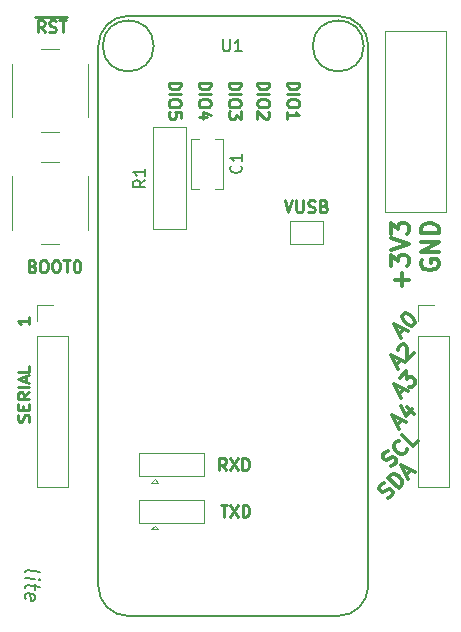
<source format=gto>
G04 #@! TF.GenerationSoftware,KiCad,Pcbnew,(6.0.1-0)*
G04 #@! TF.CreationDate,2022-01-24T10:27:26-05:00*
G04 #@! TF.ProjectId,Feather-F405-Bridge,46656174-6865-4722-9d46-3430352d4272,rev?*
G04 #@! TF.SameCoordinates,Original*
G04 #@! TF.FileFunction,Legend,Top*
G04 #@! TF.FilePolarity,Positive*
%FSLAX46Y46*%
G04 Gerber Fmt 4.6, Leading zero omitted, Abs format (unit mm)*
G04 Created by KiCad (PCBNEW (6.0.1-0)) date 2022-01-24 10:27:26*
%MOMM*%
%LPD*%
G01*
G04 APERTURE LIST*
G04 Aperture macros list*
%AMFreePoly0*
4,1,6,1.000000,0.000000,0.500000,-0.750000,-0.500000,-0.750000,-0.500000,0.750000,0.500000,0.750000,1.000000,0.000000,1.000000,0.000000,$1*%
%AMFreePoly1*
4,1,6,0.500000,-0.750000,-0.650000,-0.750000,-0.150000,0.000000,-0.650000,0.750000,0.500000,0.750000,0.500000,-0.750000,0.500000,-0.750000,$1*%
G04 Aperture macros list end*
%ADD10C,0.300000*%
%ADD11C,0.250000*%
%ADD12C,0.150000*%
%ADD13C,0.177800*%
%ADD14C,0.120000*%
%ADD15C,0.203200*%
%ADD16C,0.075726*%
%ADD17C,1.700000*%
%ADD18O,1.700000X1.700000*%
%ADD19C,2.540000*%
%ADD20C,3.556000*%
%ADD21R,1.700000X1.700000*%
%ADD22C,1.600000*%
%ADD23R,1.500000X1.500000*%
%ADD24FreePoly0,0.000000*%
%ADD25FreePoly0,180.000000*%
%ADD26C,2.000000*%
%ADD27FreePoly1,0.000000*%
G04 APERTURE END LIST*
D10*
X77025943Y-159020581D02*
X77194302Y-158936401D01*
X77404750Y-158725953D01*
X77446840Y-158599684D01*
X77446840Y-158515504D01*
X77404750Y-158389235D01*
X77320571Y-158305056D01*
X77194302Y-158262966D01*
X77110123Y-158262966D01*
X76983853Y-158305056D01*
X76773405Y-158431325D01*
X76647136Y-158473415D01*
X76562957Y-158473415D01*
X76436687Y-158431325D01*
X76352508Y-158347146D01*
X76310418Y-158220876D01*
X76310418Y-158136697D01*
X76352508Y-158010428D01*
X76562957Y-157799980D01*
X76731315Y-157715800D01*
X77951916Y-158178787D02*
X77068033Y-157294903D01*
X77278481Y-157084455D01*
X77446840Y-157000276D01*
X77615199Y-157000276D01*
X77741468Y-157042365D01*
X77951916Y-157168634D01*
X78078185Y-157294903D01*
X78204454Y-157505352D01*
X78246544Y-157631621D01*
X78246544Y-157799980D01*
X78162365Y-157968338D01*
X77951916Y-158178787D01*
X78541172Y-157084455D02*
X78962069Y-156663558D01*
X78709531Y-157421172D02*
X78120275Y-156242661D01*
X79298786Y-156831917D01*
X77322033Y-156311491D02*
X77490392Y-156227312D01*
X77700840Y-156016863D01*
X77742930Y-155890594D01*
X77742930Y-155806415D01*
X77700840Y-155680146D01*
X77616661Y-155595966D01*
X77490392Y-155553876D01*
X77406212Y-155553876D01*
X77279943Y-155595966D01*
X77069495Y-155722235D01*
X76943226Y-155764325D01*
X76859046Y-155764325D01*
X76732777Y-155722235D01*
X76648598Y-155638056D01*
X76606508Y-155511787D01*
X76606508Y-155427607D01*
X76648598Y-155301338D01*
X76859046Y-155090890D01*
X77027405Y-155006711D01*
X78668903Y-154880441D02*
X78668903Y-154964621D01*
X78584723Y-155132980D01*
X78500544Y-155217159D01*
X78332185Y-155301338D01*
X78163827Y-155301338D01*
X78037558Y-155259249D01*
X77827109Y-155132980D01*
X77700840Y-155006711D01*
X77574571Y-154796262D01*
X77532481Y-154669993D01*
X77532481Y-154501634D01*
X77616661Y-154333276D01*
X77700840Y-154249096D01*
X77869199Y-154164917D01*
X77953378Y-154164917D01*
X79552786Y-154164917D02*
X79131889Y-154585814D01*
X78248006Y-153701930D01*
X77826378Y-152846249D02*
X78247275Y-152425352D01*
X77994737Y-153182966D02*
X77405481Y-152004455D01*
X78583993Y-152593711D01*
X78668172Y-151331020D02*
X79257428Y-151920276D01*
X78121006Y-151204751D02*
X78541903Y-152046545D01*
X79089069Y-151499379D01*
X77953378Y-150179249D02*
X78374275Y-149758352D01*
X78121737Y-150515966D02*
X77532481Y-149337455D01*
X78710993Y-149926711D01*
X78037558Y-148832379D02*
X78584723Y-148285213D01*
X78626813Y-148916558D01*
X78753082Y-148790289D01*
X78879351Y-148748199D01*
X78963531Y-148748199D01*
X79089800Y-148790289D01*
X79300248Y-149000737D01*
X79342338Y-149127006D01*
X79342338Y-149211186D01*
X79300248Y-149337455D01*
X79047710Y-149589993D01*
X78921441Y-149632083D01*
X78837262Y-149632083D01*
X77699378Y-147766249D02*
X78120275Y-147345352D01*
X77867737Y-148102966D02*
X77278481Y-146924455D01*
X78456993Y-147513711D01*
X77909827Y-146461468D02*
X77909827Y-146377289D01*
X77951916Y-146251020D01*
X78162365Y-146040571D01*
X78288634Y-145998482D01*
X78372813Y-145998482D01*
X78499082Y-146040571D01*
X78583262Y-146124751D01*
X78667441Y-146293110D01*
X78667441Y-147303262D01*
X79214607Y-146756096D01*
X77953378Y-145099249D02*
X78374275Y-144678352D01*
X78121737Y-145435966D02*
X77532481Y-144257455D01*
X78710993Y-144846711D01*
X78290096Y-143499840D02*
X78374275Y-143415661D01*
X78500544Y-143373571D01*
X78584723Y-143373571D01*
X78710993Y-143415661D01*
X78921441Y-143541930D01*
X79131889Y-143752379D01*
X79258159Y-143962827D01*
X79300248Y-144089096D01*
X79300248Y-144173276D01*
X79258159Y-144299545D01*
X79173979Y-144383724D01*
X79047710Y-144425814D01*
X78963531Y-144425814D01*
X78837262Y-144383724D01*
X78626813Y-144257455D01*
X78416365Y-144047006D01*
X78290096Y-143836558D01*
X78248006Y-143710289D01*
X78248006Y-143626110D01*
X78290096Y-143499840D01*
X79895000Y-138878571D02*
X79823571Y-139021428D01*
X79823571Y-139235714D01*
X79895000Y-139450000D01*
X80037857Y-139592857D01*
X80180714Y-139664285D01*
X80466428Y-139735714D01*
X80680714Y-139735714D01*
X80966428Y-139664285D01*
X81109285Y-139592857D01*
X81252142Y-139450000D01*
X81323571Y-139235714D01*
X81323571Y-139092857D01*
X81252142Y-138878571D01*
X81180714Y-138807142D01*
X80680714Y-138807142D01*
X80680714Y-139092857D01*
X81323571Y-138164285D02*
X79823571Y-138164285D01*
X81323571Y-137307142D01*
X79823571Y-137307142D01*
X81323571Y-136592857D02*
X79823571Y-136592857D01*
X79823571Y-136235714D01*
X79895000Y-136021428D01*
X80037857Y-135878571D01*
X80180714Y-135807142D01*
X80466428Y-135735714D01*
X80680714Y-135735714D01*
X80966428Y-135807142D01*
X81109285Y-135878571D01*
X81252142Y-136021428D01*
X81323571Y-136235714D01*
X81323571Y-136592857D01*
X78212142Y-141092857D02*
X78212142Y-139950000D01*
X78783571Y-140521428D02*
X77640714Y-140521428D01*
X77283571Y-139378571D02*
X77283571Y-138450000D01*
X77855000Y-138950000D01*
X77855000Y-138735714D01*
X77926428Y-138592857D01*
X77997857Y-138521428D01*
X78140714Y-138450000D01*
X78497857Y-138450000D01*
X78640714Y-138521428D01*
X78712142Y-138592857D01*
X78783571Y-138735714D01*
X78783571Y-139164285D01*
X78712142Y-139307142D01*
X78640714Y-139378571D01*
X77283571Y-138021428D02*
X78783571Y-137521428D01*
X77283571Y-137021428D01*
X77283571Y-136664285D02*
X77283571Y-135735714D01*
X77855000Y-136235714D01*
X77855000Y-136021428D01*
X77926428Y-135878571D01*
X77997857Y-135807142D01*
X78140714Y-135735714D01*
X78497857Y-135735714D01*
X78640714Y-135807142D01*
X78712142Y-135878571D01*
X78783571Y-136021428D01*
X78783571Y-136450000D01*
X78712142Y-136592857D01*
X78640714Y-136664285D01*
D11*
X46934666Y-139374571D02*
X47077523Y-139422190D01*
X47125142Y-139469809D01*
X47172761Y-139565047D01*
X47172761Y-139707904D01*
X47125142Y-139803142D01*
X47077523Y-139850761D01*
X46982285Y-139898380D01*
X46601333Y-139898380D01*
X46601333Y-138898380D01*
X46934666Y-138898380D01*
X47029904Y-138946000D01*
X47077523Y-138993619D01*
X47125142Y-139088857D01*
X47125142Y-139184095D01*
X47077523Y-139279333D01*
X47029904Y-139326952D01*
X46934666Y-139374571D01*
X46601333Y-139374571D01*
X47791809Y-138898380D02*
X47982285Y-138898380D01*
X48077523Y-138946000D01*
X48172761Y-139041238D01*
X48220380Y-139231714D01*
X48220380Y-139565047D01*
X48172761Y-139755523D01*
X48077523Y-139850761D01*
X47982285Y-139898380D01*
X47791809Y-139898380D01*
X47696571Y-139850761D01*
X47601333Y-139755523D01*
X47553714Y-139565047D01*
X47553714Y-139231714D01*
X47601333Y-139041238D01*
X47696571Y-138946000D01*
X47791809Y-138898380D01*
X48839428Y-138898380D02*
X49029904Y-138898380D01*
X49125142Y-138946000D01*
X49220380Y-139041238D01*
X49268000Y-139231714D01*
X49268000Y-139565047D01*
X49220380Y-139755523D01*
X49125142Y-139850761D01*
X49029904Y-139898380D01*
X48839428Y-139898380D01*
X48744190Y-139850761D01*
X48648952Y-139755523D01*
X48601333Y-139565047D01*
X48601333Y-139231714D01*
X48648952Y-139041238D01*
X48744190Y-138946000D01*
X48839428Y-138898380D01*
X49553714Y-138898380D02*
X50125142Y-138898380D01*
X49839428Y-139898380D02*
X49839428Y-138898380D01*
X50648952Y-138898380D02*
X50744190Y-138898380D01*
X50839428Y-138946000D01*
X50887047Y-138993619D01*
X50934666Y-139088857D01*
X50982285Y-139279333D01*
X50982285Y-139517428D01*
X50934666Y-139707904D01*
X50887047Y-139803142D01*
X50839428Y-139850761D01*
X50744190Y-139898380D01*
X50648952Y-139898380D01*
X50553714Y-139850761D01*
X50506095Y-139803142D01*
X50458476Y-139707904D01*
X50410857Y-139517428D01*
X50410857Y-139279333D01*
X50458476Y-139088857D01*
X50506095Y-138993619D01*
X50553714Y-138946000D01*
X50648952Y-138898380D01*
X47156857Y-118296000D02*
X48156857Y-118296000D01*
X47966380Y-119578380D02*
X47633047Y-119102190D01*
X47394952Y-119578380D02*
X47394952Y-118578380D01*
X47775904Y-118578380D01*
X47871142Y-118626000D01*
X47918761Y-118673619D01*
X47966380Y-118768857D01*
X47966380Y-118911714D01*
X47918761Y-119006952D01*
X47871142Y-119054571D01*
X47775904Y-119102190D01*
X47394952Y-119102190D01*
X48156857Y-118296000D02*
X49109238Y-118296000D01*
X48347333Y-119530761D02*
X48490190Y-119578380D01*
X48728285Y-119578380D01*
X48823523Y-119530761D01*
X48871142Y-119483142D01*
X48918761Y-119387904D01*
X48918761Y-119292666D01*
X48871142Y-119197428D01*
X48823523Y-119149809D01*
X48728285Y-119102190D01*
X48537809Y-119054571D01*
X48442571Y-119006952D01*
X48394952Y-118959333D01*
X48347333Y-118864095D01*
X48347333Y-118768857D01*
X48394952Y-118673619D01*
X48442571Y-118626000D01*
X48537809Y-118578380D01*
X48775904Y-118578380D01*
X48918761Y-118626000D01*
X49109238Y-118296000D02*
X49871142Y-118296000D01*
X49204476Y-118578380D02*
X49775904Y-118578380D01*
X49490190Y-119578380D02*
X49490190Y-118578380D01*
X46680380Y-143732285D02*
X46680380Y-144303714D01*
X46680380Y-144018000D02*
X45680380Y-144018000D01*
X45823238Y-144113238D01*
X45918476Y-144208476D01*
X45966095Y-144303714D01*
X46632761Y-152550523D02*
X46680380Y-152407666D01*
X46680380Y-152169571D01*
X46632761Y-152074333D01*
X46585142Y-152026714D01*
X46489904Y-151979095D01*
X46394666Y-151979095D01*
X46299428Y-152026714D01*
X46251809Y-152074333D01*
X46204190Y-152169571D01*
X46156571Y-152360047D01*
X46108952Y-152455285D01*
X46061333Y-152502904D01*
X45966095Y-152550523D01*
X45870857Y-152550523D01*
X45775619Y-152502904D01*
X45728000Y-152455285D01*
X45680380Y-152360047D01*
X45680380Y-152121952D01*
X45728000Y-151979095D01*
X46156571Y-151550523D02*
X46156571Y-151217190D01*
X46680380Y-151074333D02*
X46680380Y-151550523D01*
X45680380Y-151550523D01*
X45680380Y-151074333D01*
X46680380Y-150074333D02*
X46204190Y-150407666D01*
X46680380Y-150645761D02*
X45680380Y-150645761D01*
X45680380Y-150264809D01*
X45728000Y-150169571D01*
X45775619Y-150121952D01*
X45870857Y-150074333D01*
X46013714Y-150074333D01*
X46108952Y-150121952D01*
X46156571Y-150169571D01*
X46204190Y-150264809D01*
X46204190Y-150645761D01*
X46680380Y-149645761D02*
X45680380Y-149645761D01*
X46394666Y-149217190D02*
X46394666Y-148741000D01*
X46680380Y-149312428D02*
X45680380Y-148979095D01*
X46680380Y-148645761D01*
X46680380Y-147836238D02*
X46680380Y-148312428D01*
X45680380Y-148312428D01*
X68270666Y-133818380D02*
X68604000Y-134818380D01*
X68937333Y-133818380D01*
X69270666Y-133818380D02*
X69270666Y-134627904D01*
X69318285Y-134723142D01*
X69365904Y-134770761D01*
X69461142Y-134818380D01*
X69651619Y-134818380D01*
X69746857Y-134770761D01*
X69794476Y-134723142D01*
X69842095Y-134627904D01*
X69842095Y-133818380D01*
X70270666Y-134770761D02*
X70413523Y-134818380D01*
X70651619Y-134818380D01*
X70746857Y-134770761D01*
X70794476Y-134723142D01*
X70842095Y-134627904D01*
X70842095Y-134532666D01*
X70794476Y-134437428D01*
X70746857Y-134389809D01*
X70651619Y-134342190D01*
X70461142Y-134294571D01*
X70365904Y-134246952D01*
X70318285Y-134199333D01*
X70270666Y-134104095D01*
X70270666Y-134008857D01*
X70318285Y-133913619D01*
X70365904Y-133866000D01*
X70461142Y-133818380D01*
X70699238Y-133818380D01*
X70842095Y-133866000D01*
X71604000Y-134294571D02*
X71746857Y-134342190D01*
X71794476Y-134389809D01*
X71842095Y-134485047D01*
X71842095Y-134627904D01*
X71794476Y-134723142D01*
X71746857Y-134770761D01*
X71651619Y-134818380D01*
X71270666Y-134818380D01*
X71270666Y-133818380D01*
X71604000Y-133818380D01*
X71699238Y-133866000D01*
X71746857Y-133913619D01*
X71794476Y-134008857D01*
X71794476Y-134104095D01*
X71746857Y-134199333D01*
X71699238Y-134246952D01*
X71604000Y-134294571D01*
X71270666Y-134294571D01*
X58475619Y-123844595D02*
X59475619Y-123844595D01*
X59475619Y-124082690D01*
X59428000Y-124225547D01*
X59332761Y-124320785D01*
X59237523Y-124368404D01*
X59047047Y-124416023D01*
X58904190Y-124416023D01*
X58713714Y-124368404D01*
X58618476Y-124320785D01*
X58523238Y-124225547D01*
X58475619Y-124082690D01*
X58475619Y-123844595D01*
X58475619Y-124844595D02*
X59475619Y-124844595D01*
X59475619Y-125511261D02*
X59475619Y-125701738D01*
X59428000Y-125796976D01*
X59332761Y-125892214D01*
X59142285Y-125939833D01*
X58808952Y-125939833D01*
X58618476Y-125892214D01*
X58523238Y-125796976D01*
X58475619Y-125701738D01*
X58475619Y-125511261D01*
X58523238Y-125416023D01*
X58618476Y-125320785D01*
X58808952Y-125273166D01*
X59142285Y-125273166D01*
X59332761Y-125320785D01*
X59428000Y-125416023D01*
X59475619Y-125511261D01*
X59475619Y-126844595D02*
X59475619Y-126368404D01*
X58999428Y-126320785D01*
X59047047Y-126368404D01*
X59094666Y-126463642D01*
X59094666Y-126701738D01*
X59047047Y-126796976D01*
X58999428Y-126844595D01*
X58904190Y-126892214D01*
X58666095Y-126892214D01*
X58570857Y-126844595D01*
X58523238Y-126796976D01*
X58475619Y-126701738D01*
X58475619Y-126463642D01*
X58523238Y-126368404D01*
X58570857Y-126320785D01*
X61015619Y-123844595D02*
X62015619Y-123844595D01*
X62015619Y-124082690D01*
X61968000Y-124225547D01*
X61872761Y-124320785D01*
X61777523Y-124368404D01*
X61587047Y-124416023D01*
X61444190Y-124416023D01*
X61253714Y-124368404D01*
X61158476Y-124320785D01*
X61063238Y-124225547D01*
X61015619Y-124082690D01*
X61015619Y-123844595D01*
X61015619Y-124844595D02*
X62015619Y-124844595D01*
X62015619Y-125511261D02*
X62015619Y-125701738D01*
X61968000Y-125796976D01*
X61872761Y-125892214D01*
X61682285Y-125939833D01*
X61348952Y-125939833D01*
X61158476Y-125892214D01*
X61063238Y-125796976D01*
X61015619Y-125701738D01*
X61015619Y-125511261D01*
X61063238Y-125416023D01*
X61158476Y-125320785D01*
X61348952Y-125273166D01*
X61682285Y-125273166D01*
X61872761Y-125320785D01*
X61968000Y-125416023D01*
X62015619Y-125511261D01*
X61682285Y-126796976D02*
X61015619Y-126796976D01*
X62063238Y-126558880D02*
X61348952Y-126320785D01*
X61348952Y-126939833D01*
X63555619Y-123844595D02*
X64555619Y-123844595D01*
X64555619Y-124082690D01*
X64508000Y-124225547D01*
X64412761Y-124320785D01*
X64317523Y-124368404D01*
X64127047Y-124416023D01*
X63984190Y-124416023D01*
X63793714Y-124368404D01*
X63698476Y-124320785D01*
X63603238Y-124225547D01*
X63555619Y-124082690D01*
X63555619Y-123844595D01*
X63555619Y-124844595D02*
X64555619Y-124844595D01*
X64555619Y-125511261D02*
X64555619Y-125701738D01*
X64508000Y-125796976D01*
X64412761Y-125892214D01*
X64222285Y-125939833D01*
X63888952Y-125939833D01*
X63698476Y-125892214D01*
X63603238Y-125796976D01*
X63555619Y-125701738D01*
X63555619Y-125511261D01*
X63603238Y-125416023D01*
X63698476Y-125320785D01*
X63888952Y-125273166D01*
X64222285Y-125273166D01*
X64412761Y-125320785D01*
X64508000Y-125416023D01*
X64555619Y-125511261D01*
X64555619Y-126273166D02*
X64555619Y-126892214D01*
X64174666Y-126558880D01*
X64174666Y-126701738D01*
X64127047Y-126796976D01*
X64079428Y-126844595D01*
X63984190Y-126892214D01*
X63746095Y-126892214D01*
X63650857Y-126844595D01*
X63603238Y-126796976D01*
X63555619Y-126701738D01*
X63555619Y-126416023D01*
X63603238Y-126320785D01*
X63650857Y-126273166D01*
X65968619Y-123844595D02*
X66968619Y-123844595D01*
X66968619Y-124082690D01*
X66921000Y-124225547D01*
X66825761Y-124320785D01*
X66730523Y-124368404D01*
X66540047Y-124416023D01*
X66397190Y-124416023D01*
X66206714Y-124368404D01*
X66111476Y-124320785D01*
X66016238Y-124225547D01*
X65968619Y-124082690D01*
X65968619Y-123844595D01*
X65968619Y-124844595D02*
X66968619Y-124844595D01*
X66968619Y-125511261D02*
X66968619Y-125701738D01*
X66921000Y-125796976D01*
X66825761Y-125892214D01*
X66635285Y-125939833D01*
X66301952Y-125939833D01*
X66111476Y-125892214D01*
X66016238Y-125796976D01*
X65968619Y-125701738D01*
X65968619Y-125511261D01*
X66016238Y-125416023D01*
X66111476Y-125320785D01*
X66301952Y-125273166D01*
X66635285Y-125273166D01*
X66825761Y-125320785D01*
X66921000Y-125416023D01*
X66968619Y-125511261D01*
X66873380Y-126320785D02*
X66921000Y-126368404D01*
X66968619Y-126463642D01*
X66968619Y-126701738D01*
X66921000Y-126796976D01*
X66873380Y-126844595D01*
X66778142Y-126892214D01*
X66682904Y-126892214D01*
X66540047Y-126844595D01*
X65968619Y-126273166D01*
X65968619Y-126892214D01*
X68508619Y-123844595D02*
X69508619Y-123844595D01*
X69508619Y-124082690D01*
X69461000Y-124225547D01*
X69365761Y-124320785D01*
X69270523Y-124368404D01*
X69080047Y-124416023D01*
X68937190Y-124416023D01*
X68746714Y-124368404D01*
X68651476Y-124320785D01*
X68556238Y-124225547D01*
X68508619Y-124082690D01*
X68508619Y-123844595D01*
X68508619Y-124844595D02*
X69508619Y-124844595D01*
X69508619Y-125511261D02*
X69508619Y-125701738D01*
X69461000Y-125796976D01*
X69365761Y-125892214D01*
X69175285Y-125939833D01*
X68841952Y-125939833D01*
X68651476Y-125892214D01*
X68556238Y-125796976D01*
X68508619Y-125701738D01*
X68508619Y-125511261D01*
X68556238Y-125416023D01*
X68651476Y-125320785D01*
X68841952Y-125273166D01*
X69175285Y-125273166D01*
X69365761Y-125320785D01*
X69461000Y-125416023D01*
X69508619Y-125511261D01*
X68508619Y-126892214D02*
X68508619Y-126320785D01*
X68508619Y-126606500D02*
X69508619Y-126606500D01*
X69365761Y-126511261D01*
X69270523Y-126416023D01*
X69222904Y-126320785D01*
X62868738Y-159599380D02*
X63440166Y-159599380D01*
X63154452Y-160599380D02*
X63154452Y-159599380D01*
X63678261Y-159599380D02*
X64344928Y-160599380D01*
X64344928Y-159599380D02*
X63678261Y-160599380D01*
X64725880Y-160599380D02*
X64725880Y-159599380D01*
X64963976Y-159599380D01*
X65106833Y-159647000D01*
X65202071Y-159742238D01*
X65249690Y-159837476D01*
X65297309Y-160027952D01*
X65297309Y-160170809D01*
X65249690Y-160361285D01*
X65202071Y-160456523D01*
X65106833Y-160551761D01*
X64963976Y-160599380D01*
X64725880Y-160599380D01*
X63329023Y-156662380D02*
X62995690Y-156186190D01*
X62757595Y-156662380D02*
X62757595Y-155662380D01*
X63138547Y-155662380D01*
X63233785Y-155710000D01*
X63281404Y-155757619D01*
X63329023Y-155852857D01*
X63329023Y-155995714D01*
X63281404Y-156090952D01*
X63233785Y-156138571D01*
X63138547Y-156186190D01*
X62757595Y-156186190D01*
X63662357Y-155662380D02*
X64329023Y-156662380D01*
X64329023Y-155662380D02*
X63662357Y-156662380D01*
X64709976Y-156662380D02*
X64709976Y-155662380D01*
X64948071Y-155662380D01*
X65090928Y-155710000D01*
X65186166Y-155805238D01*
X65233785Y-155900476D01*
X65281404Y-156090952D01*
X65281404Y-156233809D01*
X65233785Y-156424285D01*
X65186166Y-156519523D01*
X65090928Y-156614761D01*
X64948071Y-156662380D01*
X64709976Y-156662380D01*
D12*
X63068095Y-120192380D02*
X63068095Y-121001904D01*
X63115714Y-121097142D01*
X63163333Y-121144761D01*
X63258571Y-121192380D01*
X63449047Y-121192380D01*
X63544285Y-121144761D01*
X63591904Y-121097142D01*
X63639523Y-121001904D01*
X63639523Y-120192380D01*
X64639523Y-121192380D02*
X64068095Y-121192380D01*
X64353809Y-121192380D02*
X64353809Y-120192380D01*
X64258571Y-120335238D01*
X64163333Y-120430476D01*
X64068095Y-120478095D01*
X56479380Y-132114666D02*
X56003190Y-132448000D01*
X56479380Y-132686095D02*
X55479380Y-132686095D01*
X55479380Y-132305142D01*
X55527000Y-132209904D01*
X55574619Y-132162285D01*
X55669857Y-132114666D01*
X55812714Y-132114666D01*
X55907952Y-132162285D01*
X55955571Y-132209904D01*
X56003190Y-132305142D01*
X56003190Y-132686095D01*
X56479380Y-131162285D02*
X56479380Y-131733714D01*
X56479380Y-131448000D02*
X55479380Y-131448000D01*
X55622238Y-131543238D01*
X55717476Y-131638476D01*
X55765095Y-131733714D01*
X64579142Y-130869666D02*
X64626761Y-130917285D01*
X64674380Y-131060142D01*
X64674380Y-131155380D01*
X64626761Y-131298238D01*
X64531523Y-131393476D01*
X64436285Y-131441095D01*
X64245809Y-131488714D01*
X64102952Y-131488714D01*
X63912476Y-131441095D01*
X63817238Y-131393476D01*
X63722000Y-131298238D01*
X63674380Y-131155380D01*
X63674380Y-131060142D01*
X63722000Y-130917285D01*
X63769619Y-130869666D01*
X64674380Y-129917285D02*
X64674380Y-130488714D01*
X64674380Y-130203000D02*
X63674380Y-130203000D01*
X63817238Y-130298238D01*
X63912476Y-130393476D01*
X63960095Y-130488714D01*
D13*
X46304476Y-165282925D02*
X46364952Y-165169532D01*
X46485904Y-165124175D01*
X47574476Y-165260247D01*
X46304476Y-165766735D02*
X47151142Y-165872568D01*
X47574476Y-165925485D02*
X47514000Y-165857449D01*
X47453523Y-165910366D01*
X47514000Y-165978402D01*
X47574476Y-165925485D01*
X47453523Y-165910366D01*
X47151142Y-166295902D02*
X47151142Y-166779711D01*
X47574476Y-166530247D02*
X46485904Y-166394175D01*
X46364952Y-166439532D01*
X46304476Y-166552925D01*
X46304476Y-166673878D01*
X46364952Y-167588580D02*
X46304476Y-167460068D01*
X46304476Y-167218163D01*
X46364952Y-167104771D01*
X46485904Y-167059413D01*
X46969714Y-167119890D01*
X47090666Y-167195485D01*
X47151142Y-167323997D01*
X47151142Y-167565902D01*
X47090666Y-167679294D01*
X46969714Y-167724652D01*
X46848761Y-167709532D01*
X46727809Y-167089652D01*
D14*
X81975000Y-134807000D02*
X81975000Y-119447000D01*
X76775000Y-134807000D02*
X76775000Y-132207000D01*
X79375000Y-134807000D02*
X76775000Y-134807000D01*
X81975000Y-134807000D02*
X79375000Y-134807000D01*
X76775000Y-132207000D02*
X76775000Y-119447000D01*
X81975000Y-119447000D02*
X76775000Y-119447000D01*
D13*
X55040000Y-118200000D02*
X72820000Y-118200000D01*
X52500000Y-120740000D02*
X52500000Y-166460000D01*
X75360000Y-120740000D02*
X75360000Y-166460000D01*
X72820000Y-169000000D02*
X55040000Y-169000000D01*
X72820000Y-169000000D02*
G75*
G03*
X75360000Y-166460000I-1J2540001D01*
G01*
X55040000Y-118200000D02*
G75*
G03*
X52500000Y-120740000I1J-2540001D01*
G01*
X75360000Y-120740000D02*
G75*
G03*
X72820000Y-118200000I-2540001J-1D01*
G01*
X52500000Y-166460000D02*
G75*
G03*
X55040000Y-169000000I2540001J1D01*
G01*
D15*
X74979000Y-120740000D02*
G75*
G03*
X74979000Y-120740000I-2159000J0D01*
G01*
X57199000Y-120740000D02*
G75*
G03*
X57199000Y-120740000I-2159000J0D01*
G01*
D14*
X57157000Y-127638000D02*
X59937000Y-127638000D01*
X57157000Y-136258000D02*
X57157000Y-127638000D01*
X57157000Y-136258000D02*
X59937000Y-136258000D01*
X59937000Y-136258000D02*
X59937000Y-127638000D01*
X82229000Y-145288000D02*
X82229000Y-158048000D01*
X79569000Y-158048000D02*
X82229000Y-158048000D01*
X79569000Y-145288000D02*
X82229000Y-145288000D01*
X79569000Y-142688000D02*
X80899000Y-142688000D01*
X79569000Y-144018000D02*
X79569000Y-142688000D01*
X79569000Y-145288000D02*
X79569000Y-158048000D01*
X63092000Y-128583000D02*
X62387000Y-128583000D01*
X60352000Y-128583000D02*
X60352000Y-132823000D01*
X63092000Y-128583000D02*
X63092000Y-132823000D01*
X61057000Y-132823000D02*
X60352000Y-132823000D01*
X61057000Y-128583000D02*
X60352000Y-128583000D01*
X63092000Y-132823000D02*
X62387000Y-132823000D01*
X56974000Y-157710000D02*
X57574000Y-157710000D01*
X55924000Y-157160000D02*
X55924000Y-155210000D01*
X55924000Y-155210000D02*
X61424000Y-155210000D01*
X57274000Y-157410000D02*
X56974000Y-157710000D01*
X57574000Y-157710000D02*
X57274000Y-157410000D01*
X61424000Y-155210000D02*
X61424000Y-157160000D01*
X61424000Y-157160000D02*
X55924000Y-157160000D01*
X47311000Y-145288000D02*
X47311000Y-158048000D01*
X47311000Y-144018000D02*
X47311000Y-142688000D01*
X47311000Y-142688000D02*
X48641000Y-142688000D01*
X47311000Y-145288000D02*
X49971000Y-145288000D01*
X47311000Y-158048000D02*
X49971000Y-158048000D01*
X49971000Y-145288000D02*
X49971000Y-158048000D01*
X45173000Y-131787000D02*
X45173000Y-136287000D01*
X49173000Y-130537000D02*
X47673000Y-130537000D01*
X51673000Y-136287000D02*
X51673000Y-131787000D01*
X47673000Y-137537000D02*
X49173000Y-137537000D01*
X45173000Y-122262000D02*
X45173000Y-126762000D01*
X49173000Y-121012000D02*
X47673000Y-121012000D01*
X51673000Y-126762000D02*
X51673000Y-122262000D01*
X47673000Y-128012000D02*
X49173000Y-128012000D01*
X56974000Y-161647000D02*
X57574000Y-161647000D01*
X55924000Y-161097000D02*
X55924000Y-159147000D01*
X55924000Y-159147000D02*
X61424000Y-159147000D01*
X57274000Y-161347000D02*
X56974000Y-161647000D01*
X57574000Y-161647000D02*
X57274000Y-161347000D01*
X61424000Y-159147000D02*
X61424000Y-161097000D01*
X61424000Y-161097000D02*
X55924000Y-161097000D01*
X68704000Y-137525000D02*
X68704000Y-135525000D01*
X71504000Y-137525000D02*
X68704000Y-137525000D01*
X71504000Y-135525000D02*
X71504000Y-137525000D01*
X68704000Y-135525000D02*
X71504000Y-135525000D01*
%LPC*%
G36*
X78955000Y-133477000D02*
G01*
X77255000Y-133477000D01*
X77255000Y-120777000D01*
X78955000Y-120777000D01*
X78955000Y-133477000D01*
G37*
G36*
X81495000Y-133477000D02*
G01*
X79795000Y-133477000D01*
X79795000Y-120777000D01*
X81495000Y-120777000D01*
X81495000Y-133477000D01*
G37*
X48579000Y-164917000D02*
X48579000Y-163627000D01*
X47949000Y-165207000D02*
X48579000Y-164917000D01*
X47939000Y-163277000D02*
X49999000Y-164207000D01*
X49969000Y-164267000D02*
X48639000Y-164887000D01*
X50019433Y-161957000D02*
G75*
G03*
X50019433Y-161957000I-1040433J0D01*
G01*
D16*
X48503573Y-163609504D02*
X47885642Y-163330073D01*
X47885642Y-163330073D02*
X47885642Y-163186949D01*
X47885642Y-163186949D02*
X50059000Y-164171397D01*
X50059000Y-164171397D02*
X50059000Y-164310734D01*
X50059000Y-164310734D02*
X47885642Y-165304270D01*
X47885642Y-165304270D02*
X47885642Y-165161903D01*
X47885642Y-165161903D02*
X48503573Y-164878685D01*
X48503573Y-164878685D02*
X48503573Y-163609504D01*
X48503573Y-163609504D02*
X48503573Y-163609504D01*
X47885642Y-167676032D02*
X49875742Y-167676032D01*
X49875742Y-167676032D02*
X48121910Y-166782456D01*
X48121910Y-166782456D02*
X48121910Y-166723389D01*
X48121910Y-166723389D02*
X49875742Y-165826027D01*
X49875742Y-165826027D02*
X47885642Y-165826027D01*
X47885642Y-165826027D02*
X47885642Y-165701835D01*
X47885642Y-165701835D02*
X50059000Y-165701835D01*
X50059000Y-165701835D02*
X50059000Y-165882065D01*
X50059000Y-165882065D02*
X48348333Y-166758224D01*
X48348333Y-166758224D02*
X50059000Y-167620752D01*
X50059000Y-167620752D02*
X50059000Y-167800981D01*
X50059000Y-167800981D02*
X47885642Y-167800981D01*
X47885642Y-167800981D02*
X47885642Y-167676032D01*
X47885642Y-167676032D02*
X47885642Y-167676032D01*
G36*
X50059000Y-165882065D02*
G01*
X48348333Y-166758224D01*
X50059000Y-167620752D01*
X50059000Y-167800981D01*
X47885642Y-167800981D01*
X47885642Y-167676032D01*
X49875742Y-167676032D01*
X48121910Y-166782456D01*
X48121910Y-166723389D01*
X49875742Y-165826027D01*
X47885642Y-165826027D01*
X47885642Y-165701835D01*
X50059000Y-165701835D01*
X50059000Y-165882065D01*
G37*
X50059000Y-165882065D02*
X48348333Y-166758224D01*
X50059000Y-167620752D01*
X50059000Y-167800981D01*
X47885642Y-167800981D01*
X47885642Y-167676032D01*
X49875742Y-167676032D01*
X48121910Y-166782456D01*
X48121910Y-166723389D01*
X49875742Y-165826027D01*
X47885642Y-165826027D01*
X47885642Y-165701835D01*
X50059000Y-165701835D01*
X50059000Y-165882065D01*
X49907547Y-164239551D02*
X48633823Y-163664785D01*
X48633823Y-163664785D02*
X48633823Y-164820376D01*
X48633823Y-164820376D02*
X49907547Y-164239551D01*
X49907547Y-164239551D02*
X49907547Y-164239551D01*
X48972321Y-160954523D02*
X48922784Y-160957685D01*
X48922784Y-160957685D02*
X48873956Y-160963227D01*
X48873956Y-160963227D02*
X48825895Y-160971093D01*
X48825895Y-160971093D02*
X48778656Y-160981222D01*
X48778656Y-160981222D02*
X48732297Y-160993556D01*
X48732297Y-160993556D02*
X48686873Y-161008037D01*
X48686873Y-161008037D02*
X48642442Y-161024605D01*
X48642442Y-161024605D02*
X48599061Y-161043201D01*
X48599061Y-161043201D02*
X48556785Y-161063767D01*
X48556785Y-161063767D02*
X48515671Y-161086244D01*
X48515671Y-161086244D02*
X48475776Y-161110573D01*
X48475776Y-161110573D02*
X48437157Y-161136694D01*
X48437157Y-161136694D02*
X48399870Y-161164550D01*
X48399870Y-161164550D02*
X48363972Y-161194081D01*
X48363972Y-161194081D02*
X48329519Y-161225229D01*
X48329519Y-161225229D02*
X48296568Y-161257934D01*
X48296568Y-161257934D02*
X48265175Y-161292138D01*
X48265175Y-161292138D02*
X48235398Y-161327782D01*
X48235398Y-161327782D02*
X48207292Y-161364807D01*
X48207292Y-161364807D02*
X48180915Y-161403155D01*
X48180915Y-161403155D02*
X48156322Y-161442765D01*
X48156322Y-161442765D02*
X48133572Y-161483580D01*
X48133572Y-161483580D02*
X48112719Y-161525541D01*
X48112719Y-161525541D02*
X48093821Y-161568589D01*
X48093821Y-161568589D02*
X48076934Y-161612664D01*
X48076934Y-161612664D02*
X48062115Y-161657708D01*
X48062115Y-161657708D02*
X48049421Y-161703663D01*
X48049421Y-161703663D02*
X48038908Y-161750469D01*
X48038908Y-161750469D02*
X48030633Y-161798068D01*
X48030633Y-161798068D02*
X48024652Y-161846400D01*
X48024652Y-161846400D02*
X48021022Y-161895407D01*
X48021022Y-161895407D02*
X48019799Y-161945030D01*
X48019799Y-161945030D02*
X48021022Y-161994653D01*
X48021022Y-161994653D02*
X48024652Y-162043660D01*
X48024652Y-162043660D02*
X48030633Y-162091992D01*
X48030633Y-162091992D02*
X48038908Y-162139591D01*
X48038908Y-162139591D02*
X48049421Y-162186397D01*
X48049421Y-162186397D02*
X48062116Y-162232351D01*
X48062116Y-162232351D02*
X48076934Y-162277396D01*
X48076934Y-162277396D02*
X48093821Y-162321471D01*
X48093821Y-162321471D02*
X48112719Y-162364519D01*
X48112719Y-162364519D02*
X48133572Y-162406480D01*
X48133572Y-162406480D02*
X48156323Y-162447295D01*
X48156323Y-162447295D02*
X48180915Y-162486905D01*
X48180915Y-162486905D02*
X48207292Y-162525252D01*
X48207292Y-162525252D02*
X48235398Y-162562277D01*
X48235398Y-162562277D02*
X48265175Y-162597921D01*
X48265175Y-162597921D02*
X48296568Y-162632125D01*
X48296568Y-162632125D02*
X48329519Y-162664831D01*
X48329519Y-162664831D02*
X48363972Y-162695978D01*
X48363972Y-162695978D02*
X48399870Y-162725510D01*
X48399870Y-162725510D02*
X48437157Y-162753365D01*
X48437157Y-162753365D02*
X48475776Y-162779487D01*
X48475776Y-162779487D02*
X48515671Y-162803816D01*
X48515671Y-162803816D02*
X48556785Y-162826292D01*
X48556785Y-162826292D02*
X48599061Y-162846858D01*
X48599061Y-162846858D02*
X48642443Y-162865454D01*
X48642443Y-162865454D02*
X48686874Y-162882022D01*
X48686874Y-162882022D02*
X48732297Y-162896503D01*
X48732297Y-162896503D02*
X48778657Y-162908837D01*
X48778657Y-162908837D02*
X48825895Y-162918966D01*
X48825895Y-162918966D02*
X48873957Y-162926832D01*
X48873957Y-162926832D02*
X48922784Y-162932375D01*
X48922784Y-162932375D02*
X48972322Y-162935536D01*
X48972322Y-162935536D02*
X49022417Y-162933345D01*
X49022417Y-162933345D02*
X49071813Y-162928681D01*
X49071813Y-162928681D02*
X49120451Y-162921606D01*
X49120451Y-162921606D02*
X49168269Y-162912181D01*
X49168269Y-162912181D02*
X49215209Y-162900467D01*
X49215209Y-162900467D02*
X49261211Y-162886527D01*
X49261211Y-162886527D02*
X49306214Y-162870422D01*
X49306214Y-162870422D02*
X49350159Y-162852215D01*
X49350159Y-162852215D02*
X49392985Y-162831967D01*
X49392985Y-162831967D02*
X49434634Y-162809739D01*
X49434634Y-162809739D02*
X49475046Y-162785594D01*
X49475046Y-162785594D02*
X49514159Y-162759593D01*
X49514159Y-162759593D02*
X49551915Y-162731799D01*
X49551915Y-162731799D02*
X49588254Y-162702272D01*
X49588254Y-162702272D02*
X49623116Y-162671075D01*
X49623116Y-162671075D02*
X49656441Y-162638269D01*
X49656441Y-162638269D02*
X49688169Y-162603917D01*
X49688169Y-162603917D02*
X49718241Y-162568080D01*
X49718241Y-162568080D02*
X49746596Y-162530819D01*
X49746596Y-162530819D02*
X49773174Y-162492197D01*
X49773174Y-162492197D02*
X49797917Y-162452276D01*
X49797917Y-162452276D02*
X49820763Y-162411116D01*
X49820763Y-162411116D02*
X49841654Y-162368781D01*
X49841654Y-162368781D02*
X49860529Y-162325331D01*
X49860529Y-162325331D02*
X49877328Y-162280829D01*
X49877328Y-162280829D02*
X49891992Y-162235335D01*
X49891992Y-162235335D02*
X49904460Y-162188914D01*
X49904460Y-162188914D02*
X49914674Y-162141624D01*
X49914674Y-162141624D02*
X49922572Y-162093530D01*
X49922572Y-162093530D02*
X49928096Y-162044692D01*
X49928096Y-162044692D02*
X49931185Y-161995172D01*
X49931185Y-161995172D02*
X49931779Y-161945032D01*
X49931779Y-161945032D02*
X49931222Y-161894876D01*
X49931222Y-161894876D02*
X49928167Y-161845340D01*
X49928167Y-161845340D02*
X49922673Y-161796485D01*
X49922673Y-161796485D02*
X49914801Y-161748374D01*
X49914801Y-161748374D02*
X49904611Y-161701068D01*
X49904611Y-161701068D02*
X49892163Y-161654630D01*
X49892163Y-161654630D02*
X49877516Y-161609121D01*
X49877516Y-161609121D02*
X49860731Y-161564603D01*
X49860731Y-161564603D02*
X49841867Y-161521139D01*
X49841867Y-161521139D02*
X49820985Y-161478789D01*
X49820985Y-161478789D02*
X49798145Y-161437617D01*
X49798145Y-161437617D02*
X49773406Y-161397683D01*
X49773406Y-161397683D02*
X49746829Y-161359050D01*
X49746829Y-161359050D02*
X49718473Y-161321780D01*
X49718473Y-161321780D02*
X49688399Y-161285934D01*
X49688399Y-161285934D02*
X49656666Y-161251575D01*
X49656666Y-161251575D02*
X49623335Y-161218764D01*
X49623335Y-161218764D02*
X49588465Y-161187564D01*
X49588465Y-161187564D02*
X49552116Y-161158036D01*
X49552116Y-161158036D02*
X49514349Y-161130243D01*
X49514349Y-161130243D02*
X49475223Y-161104245D01*
X49475223Y-161104245D02*
X49434799Y-161080105D01*
X49434799Y-161080105D02*
X49393136Y-161057886D01*
X49393136Y-161057886D02*
X49350294Y-161037648D01*
X49350294Y-161037648D02*
X49306333Y-161019454D01*
X49306333Y-161019454D02*
X49261314Y-161003366D01*
X49261314Y-161003366D02*
X49215295Y-160989445D01*
X49215295Y-160989445D02*
X49168338Y-160977754D01*
X49168338Y-160977754D02*
X49120502Y-160968355D01*
X49120502Y-160968355D02*
X49071848Y-160961308D01*
X49071848Y-160961308D02*
X49022434Y-160956677D01*
X49022434Y-160956677D02*
X48972321Y-160954524D01*
X48972321Y-160954524D02*
X48972321Y-160954523D01*
X48972321Y-160954523D02*
X48972321Y-160954523D01*
X48972321Y-163068815D02*
X48915396Y-163066486D01*
X48915396Y-163066486D02*
X48859263Y-163061336D01*
X48859263Y-163061336D02*
X48803989Y-163053436D01*
X48803989Y-163053436D02*
X48749643Y-163042856D01*
X48749643Y-163042856D02*
X48696294Y-163029666D01*
X48696294Y-163029666D02*
X48644010Y-163013937D01*
X48644010Y-163013937D02*
X48592860Y-162995741D01*
X48592860Y-162995741D02*
X48542911Y-162975146D01*
X48542911Y-162975146D02*
X48494232Y-162952224D01*
X48494232Y-162952224D02*
X48446893Y-162927046D01*
X48446893Y-162927046D02*
X48400960Y-162899682D01*
X48400960Y-162899682D02*
X48356503Y-162870202D01*
X48356503Y-162870202D02*
X48313590Y-162838678D01*
X48313590Y-162838678D02*
X48272290Y-162805179D01*
X48272290Y-162805179D02*
X48232670Y-162769776D01*
X48232670Y-162769776D02*
X48194800Y-162732540D01*
X48194800Y-162732540D02*
X48158747Y-162693542D01*
X48158747Y-162693542D02*
X48124581Y-162652851D01*
X48124581Y-162652851D02*
X48092369Y-162610539D01*
X48092369Y-162610539D02*
X48062180Y-162566676D01*
X48062180Y-162566676D02*
X48034082Y-162521333D01*
X48034082Y-162521333D02*
X48008145Y-162474580D01*
X48008145Y-162474580D02*
X47984435Y-162426487D01*
X47984435Y-162426487D02*
X47963023Y-162377126D01*
X47963023Y-162377126D02*
X47943975Y-162326567D01*
X47943975Y-162326567D02*
X47927361Y-162274881D01*
X47927361Y-162274881D02*
X47913249Y-162222137D01*
X47913249Y-162222137D02*
X47901707Y-162168407D01*
X47901707Y-162168407D02*
X47892805Y-162113761D01*
X47892805Y-162113761D02*
X47886609Y-162058270D01*
X47886609Y-162058270D02*
X47883189Y-162002004D01*
X47883189Y-162002004D02*
X47882614Y-161945034D01*
X47882614Y-161945034D02*
X47883189Y-161888064D01*
X47883189Y-161888064D02*
X47886609Y-161831797D01*
X47886609Y-161831797D02*
X47892804Y-161776306D01*
X47892804Y-161776306D02*
X47901707Y-161721660D01*
X47901707Y-161721660D02*
X47913248Y-161667929D01*
X47913248Y-161667929D02*
X47927360Y-161615185D01*
X47927360Y-161615185D02*
X47943974Y-161563498D01*
X47943974Y-161563498D02*
X47963021Y-161512939D01*
X47963021Y-161512939D02*
X47984434Y-161463578D01*
X47984434Y-161463578D02*
X48008143Y-161415485D01*
X48008143Y-161415485D02*
X48034081Y-161368732D01*
X48034081Y-161368732D02*
X48062178Y-161323388D01*
X48062178Y-161323388D02*
X48092367Y-161279525D01*
X48092367Y-161279525D02*
X48124579Y-161237213D01*
X48124579Y-161237213D02*
X48158745Y-161196522D01*
X48158745Y-161196522D02*
X48194798Y-161157523D01*
X48194798Y-161157523D02*
X48232668Y-161120287D01*
X48232668Y-161120287D02*
X48272287Y-161084884D01*
X48272287Y-161084884D02*
X48313588Y-161051385D01*
X48313588Y-161051385D02*
X48356501Y-161019860D01*
X48356501Y-161019860D02*
X48400958Y-160990380D01*
X48400958Y-160990380D02*
X48446891Y-160963016D01*
X48446891Y-160963016D02*
X48494230Y-160937837D01*
X48494230Y-160937837D02*
X48542909Y-160914915D01*
X48542909Y-160914915D02*
X48592858Y-160894321D01*
X48592858Y-160894321D02*
X48644008Y-160876124D01*
X48644008Y-160876124D02*
X48696293Y-160860395D01*
X48696293Y-160860395D02*
X48749642Y-160847205D01*
X48749642Y-160847205D02*
X48803988Y-160836624D01*
X48803988Y-160836624D02*
X48859262Y-160828724D01*
X48859262Y-160828724D02*
X48915396Y-160823574D01*
X48915396Y-160823574D02*
X48972321Y-160821245D01*
X48972321Y-160821245D02*
X49027126Y-160823462D01*
X49027126Y-160823462D02*
X49081514Y-160828369D01*
X49081514Y-160828369D02*
X49135398Y-160835929D01*
X49135398Y-160835929D02*
X49188685Y-160846101D01*
X49188685Y-160846101D02*
X49241286Y-160858846D01*
X49241286Y-160858846D02*
X49293110Y-160874126D01*
X49293110Y-160874126D02*
X49344068Y-160891901D01*
X49344068Y-160891901D02*
X49394069Y-160912132D01*
X49394069Y-160912132D02*
X49443023Y-160934780D01*
X49443023Y-160934780D02*
X49490839Y-160959806D01*
X49490839Y-160959806D02*
X49537427Y-160987171D01*
X49537427Y-160987171D02*
X49582697Y-161016835D01*
X49582697Y-161016835D02*
X49626558Y-161048759D01*
X49626558Y-161048759D02*
X49668921Y-161082905D01*
X49668921Y-161082905D02*
X49709695Y-161119234D01*
X49709695Y-161119234D02*
X49748789Y-161157705D01*
X49748789Y-161157705D02*
X49785927Y-161198069D01*
X49785927Y-161198069D02*
X49820866Y-161240039D01*
X49820866Y-161240039D02*
X49853571Y-161283524D01*
X49853571Y-161283524D02*
X49884006Y-161328432D01*
X49884006Y-161328432D02*
X49912134Y-161374672D01*
X49912134Y-161374672D02*
X49937919Y-161422152D01*
X49937919Y-161422152D02*
X49961326Y-161470781D01*
X49961326Y-161470781D02*
X49982319Y-161520467D01*
X49982319Y-161520467D02*
X50000860Y-161571119D01*
X50000860Y-161571119D02*
X50016915Y-161622645D01*
X50016915Y-161622645D02*
X50030447Y-161674953D01*
X50030447Y-161674953D02*
X50041420Y-161727953D01*
X50041420Y-161727953D02*
X50049798Y-161781551D01*
X50049798Y-161781551D02*
X50055544Y-161835658D01*
X50055544Y-161835658D02*
X50058624Y-161890181D01*
X50058624Y-161890181D02*
X50059000Y-161945029D01*
X50059000Y-161945029D02*
X50058624Y-161999877D01*
X50058624Y-161999877D02*
X50055544Y-162054400D01*
X50055544Y-162054400D02*
X50049798Y-162108507D01*
X50049798Y-162108507D02*
X50041420Y-162162106D01*
X50041420Y-162162106D02*
X50030447Y-162215105D01*
X50030447Y-162215105D02*
X50016915Y-162267414D01*
X50016915Y-162267414D02*
X50000861Y-162318939D01*
X50000861Y-162318939D02*
X49982319Y-162369591D01*
X49982319Y-162369591D02*
X49961327Y-162419277D01*
X49961327Y-162419277D02*
X49937920Y-162467906D01*
X49937920Y-162467906D02*
X49912134Y-162515387D01*
X49912134Y-162515387D02*
X49884006Y-162561627D01*
X49884006Y-162561627D02*
X49853572Y-162606535D01*
X49853572Y-162606535D02*
X49820867Y-162650020D01*
X49820867Y-162650020D02*
X49785927Y-162691990D01*
X49785927Y-162691990D02*
X49748790Y-162732354D01*
X49748790Y-162732354D02*
X49709695Y-162770825D01*
X49709695Y-162770825D02*
X49668922Y-162807153D01*
X49668922Y-162807153D02*
X49626559Y-162841299D01*
X49626559Y-162841299D02*
X49582697Y-162873224D01*
X49582697Y-162873224D02*
X49537427Y-162902888D01*
X49537427Y-162902888D02*
X49490839Y-162930253D01*
X49490839Y-162930253D02*
X49443024Y-162955279D01*
X49443024Y-162955279D02*
X49394070Y-162977927D01*
X49394070Y-162977927D02*
X49344069Y-162998158D01*
X49344069Y-162998158D02*
X49293111Y-163015933D01*
X49293111Y-163015933D02*
X49241287Y-163031213D01*
X49241287Y-163031213D02*
X49188685Y-163043958D01*
X49188685Y-163043958D02*
X49135398Y-163054130D01*
X49135398Y-163054130D02*
X49081515Y-163061690D01*
X49081515Y-163061690D02*
X49027126Y-163066598D01*
X49027126Y-163066598D02*
X48972321Y-163068815D01*
X48972321Y-163068815D02*
X48972321Y-163068815D01*
X49928750Y-159467250D02*
X48991253Y-159467250D01*
X48991253Y-159467250D02*
X48991253Y-160510765D01*
X48991253Y-160510765D02*
X48860246Y-160510765D01*
X48860246Y-160510765D02*
X48860246Y-159467250D01*
X48860246Y-159467250D02*
X47885642Y-159467250D01*
X47885642Y-159467250D02*
X47885642Y-159337000D01*
X47885642Y-159337000D02*
X50059000Y-159337000D01*
X50059000Y-159337000D02*
X50059000Y-160644044D01*
X50059000Y-160644044D02*
X49928750Y-160644044D01*
X49928750Y-160644044D02*
X49928750Y-159467250D01*
X49928750Y-159467250D02*
X49928750Y-159467250D01*
G36*
X50059000Y-160644044D02*
G01*
X49928750Y-160644044D01*
X49928750Y-159467250D01*
X48991253Y-159467250D01*
X48991253Y-160510765D01*
X48860246Y-160510765D01*
X48860246Y-159467250D01*
X47885642Y-159467250D01*
X47885642Y-159337000D01*
X50059000Y-159337000D01*
X50059000Y-160644044D01*
G37*
X50059000Y-160644044D02*
X49928750Y-160644044D01*
X49928750Y-159467250D01*
X48991253Y-159467250D01*
X48991253Y-160510765D01*
X48860246Y-160510765D01*
X48860246Y-159467250D01*
X47885642Y-159467250D01*
X47885642Y-159337000D01*
X50059000Y-159337000D01*
X50059000Y-160644044D01*
D17*
X78105000Y-133477000D03*
D18*
X80645000Y-133477000D03*
X78105000Y-130937000D03*
X80645000Y-130937000D03*
X78105000Y-128397000D03*
X80645000Y-128397000D03*
X78105000Y-125857000D03*
X80645000Y-125857000D03*
X78105000Y-123317000D03*
X80645000Y-123317000D03*
X78105000Y-120777000D03*
X80645000Y-120777000D03*
D19*
X72820000Y-166460000D03*
D20*
X55040000Y-120740000D03*
X72820000Y-120740000D03*
D19*
X55040000Y-166460000D03*
D21*
X53770000Y-124550000D03*
D18*
X53770000Y-127090000D03*
X53770000Y-129630000D03*
X53770000Y-132170000D03*
X53770000Y-134710000D03*
X53770000Y-137250000D03*
X53770000Y-139790000D03*
X53770000Y-142330000D03*
X53770000Y-144870000D03*
X53770000Y-147410000D03*
X53770000Y-149950000D03*
X53770000Y-152490000D03*
X53770000Y-155030000D03*
X53770000Y-157570000D03*
X53770000Y-160110000D03*
D21*
X53770000Y-162650000D03*
X74090000Y-162650000D03*
D18*
X74090000Y-160110000D03*
X74090000Y-157570000D03*
X74090000Y-155030000D03*
X74090000Y-152490000D03*
X74090000Y-149950000D03*
X74090000Y-147410000D03*
X74090000Y-144870000D03*
X74090000Y-142330000D03*
X74090000Y-139790000D03*
X74090000Y-137250000D03*
D21*
X74090000Y-134710000D03*
D18*
X69010000Y-122645000D03*
X66470000Y-122645000D03*
X63930000Y-122645000D03*
X61390000Y-122645000D03*
X58850000Y-122645000D03*
D17*
X66470000Y-144870000D03*
X63930000Y-144870000D03*
X61390000Y-144870000D03*
D22*
X58547000Y-134488000D03*
X58547000Y-129408000D03*
D18*
X80899000Y-156718000D03*
X80899000Y-154178000D03*
X80899000Y-151638000D03*
X80899000Y-149098000D03*
X80899000Y-146558000D03*
D21*
X80899000Y-144018000D03*
D22*
X61722000Y-129453000D03*
X61722000Y-131953000D03*
D23*
X59874000Y-156210000D03*
X57474000Y-156210000D03*
D24*
X56674000Y-156210000D03*
D25*
X60674000Y-156210000D03*
D21*
X48641000Y-144018000D03*
D18*
X48641000Y-146558000D03*
X48641000Y-149098000D03*
X48641000Y-151638000D03*
X48641000Y-154178000D03*
X48641000Y-156718000D03*
D26*
X46173000Y-130787000D03*
X46173000Y-137287000D03*
X50673000Y-130787000D03*
X50673000Y-137287000D03*
X46173000Y-121262000D03*
X46173000Y-127762000D03*
X50673000Y-121262000D03*
X50673000Y-127762000D03*
D23*
X59874000Y-160147000D03*
X57474000Y-160147000D03*
D24*
X56674000Y-160147000D03*
D25*
X60674000Y-160147000D03*
D24*
X69379000Y-136525000D03*
D27*
X70829000Y-136525000D03*
M02*

</source>
